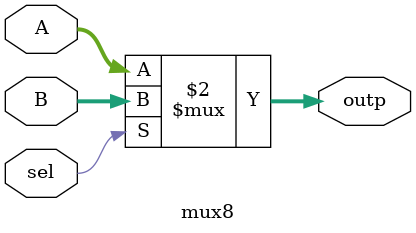
<source format=v>
module mux8(A, B, sel, outp);
input [7: 0] A, B;
input sel;
output [7: 0] outp;

assign outp  = (~sel) ? A : B;
endmodule

</source>
